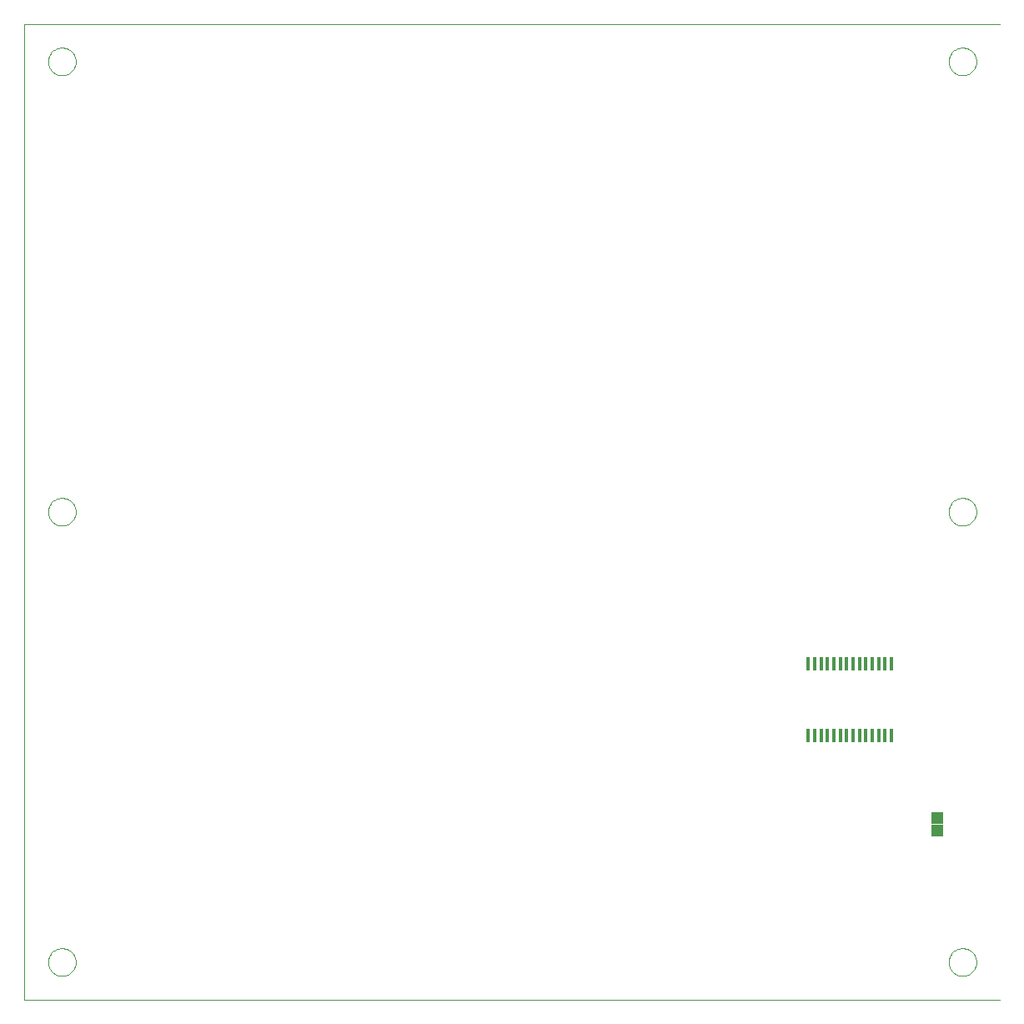
<source format=gtp>
G75*
%MOIN*%
%OFA0B0*%
%FSLAX24Y24*%
%IPPOS*%
%LPD*%
%AMOC8*
5,1,8,0,0,1.08239X$1,22.5*
%
%ADD10C,0.0000*%
%ADD11R,0.0137X0.0550*%
%ADD12R,0.0500X0.0500*%
D10*
X000180Y000180D02*
X000180Y039180D01*
X039180Y039180D01*
X037129Y037680D02*
X037131Y037727D01*
X037137Y037773D01*
X037147Y037819D01*
X037160Y037864D01*
X037178Y037907D01*
X037199Y037949D01*
X037223Y037989D01*
X037251Y038026D01*
X037282Y038061D01*
X037316Y038094D01*
X037352Y038123D01*
X037391Y038149D01*
X037432Y038172D01*
X037475Y038191D01*
X037519Y038207D01*
X037564Y038219D01*
X037610Y038227D01*
X037657Y038231D01*
X037703Y038231D01*
X037750Y038227D01*
X037796Y038219D01*
X037841Y038207D01*
X037885Y038191D01*
X037928Y038172D01*
X037969Y038149D01*
X038008Y038123D01*
X038044Y038094D01*
X038078Y038061D01*
X038109Y038026D01*
X038137Y037989D01*
X038161Y037949D01*
X038182Y037907D01*
X038200Y037864D01*
X038213Y037819D01*
X038223Y037773D01*
X038229Y037727D01*
X038231Y037680D01*
X038229Y037633D01*
X038223Y037587D01*
X038213Y037541D01*
X038200Y037496D01*
X038182Y037453D01*
X038161Y037411D01*
X038137Y037371D01*
X038109Y037334D01*
X038078Y037299D01*
X038044Y037266D01*
X038008Y037237D01*
X037969Y037211D01*
X037928Y037188D01*
X037885Y037169D01*
X037841Y037153D01*
X037796Y037141D01*
X037750Y037133D01*
X037703Y037129D01*
X037657Y037129D01*
X037610Y037133D01*
X037564Y037141D01*
X037519Y037153D01*
X037475Y037169D01*
X037432Y037188D01*
X037391Y037211D01*
X037352Y037237D01*
X037316Y037266D01*
X037282Y037299D01*
X037251Y037334D01*
X037223Y037371D01*
X037199Y037411D01*
X037178Y037453D01*
X037160Y037496D01*
X037147Y037541D01*
X037137Y037587D01*
X037131Y037633D01*
X037129Y037680D01*
X037129Y019680D02*
X037131Y019727D01*
X037137Y019773D01*
X037147Y019819D01*
X037160Y019864D01*
X037178Y019907D01*
X037199Y019949D01*
X037223Y019989D01*
X037251Y020026D01*
X037282Y020061D01*
X037316Y020094D01*
X037352Y020123D01*
X037391Y020149D01*
X037432Y020172D01*
X037475Y020191D01*
X037519Y020207D01*
X037564Y020219D01*
X037610Y020227D01*
X037657Y020231D01*
X037703Y020231D01*
X037750Y020227D01*
X037796Y020219D01*
X037841Y020207D01*
X037885Y020191D01*
X037928Y020172D01*
X037969Y020149D01*
X038008Y020123D01*
X038044Y020094D01*
X038078Y020061D01*
X038109Y020026D01*
X038137Y019989D01*
X038161Y019949D01*
X038182Y019907D01*
X038200Y019864D01*
X038213Y019819D01*
X038223Y019773D01*
X038229Y019727D01*
X038231Y019680D01*
X038229Y019633D01*
X038223Y019587D01*
X038213Y019541D01*
X038200Y019496D01*
X038182Y019453D01*
X038161Y019411D01*
X038137Y019371D01*
X038109Y019334D01*
X038078Y019299D01*
X038044Y019266D01*
X038008Y019237D01*
X037969Y019211D01*
X037928Y019188D01*
X037885Y019169D01*
X037841Y019153D01*
X037796Y019141D01*
X037750Y019133D01*
X037703Y019129D01*
X037657Y019129D01*
X037610Y019133D01*
X037564Y019141D01*
X037519Y019153D01*
X037475Y019169D01*
X037432Y019188D01*
X037391Y019211D01*
X037352Y019237D01*
X037316Y019266D01*
X037282Y019299D01*
X037251Y019334D01*
X037223Y019371D01*
X037199Y019411D01*
X037178Y019453D01*
X037160Y019496D01*
X037147Y019541D01*
X037137Y019587D01*
X037131Y019633D01*
X037129Y019680D01*
X037129Y001680D02*
X037131Y001727D01*
X037137Y001773D01*
X037147Y001819D01*
X037160Y001864D01*
X037178Y001907D01*
X037199Y001949D01*
X037223Y001989D01*
X037251Y002026D01*
X037282Y002061D01*
X037316Y002094D01*
X037352Y002123D01*
X037391Y002149D01*
X037432Y002172D01*
X037475Y002191D01*
X037519Y002207D01*
X037564Y002219D01*
X037610Y002227D01*
X037657Y002231D01*
X037703Y002231D01*
X037750Y002227D01*
X037796Y002219D01*
X037841Y002207D01*
X037885Y002191D01*
X037928Y002172D01*
X037969Y002149D01*
X038008Y002123D01*
X038044Y002094D01*
X038078Y002061D01*
X038109Y002026D01*
X038137Y001989D01*
X038161Y001949D01*
X038182Y001907D01*
X038200Y001864D01*
X038213Y001819D01*
X038223Y001773D01*
X038229Y001727D01*
X038231Y001680D01*
X038229Y001633D01*
X038223Y001587D01*
X038213Y001541D01*
X038200Y001496D01*
X038182Y001453D01*
X038161Y001411D01*
X038137Y001371D01*
X038109Y001334D01*
X038078Y001299D01*
X038044Y001266D01*
X038008Y001237D01*
X037969Y001211D01*
X037928Y001188D01*
X037885Y001169D01*
X037841Y001153D01*
X037796Y001141D01*
X037750Y001133D01*
X037703Y001129D01*
X037657Y001129D01*
X037610Y001133D01*
X037564Y001141D01*
X037519Y001153D01*
X037475Y001169D01*
X037432Y001188D01*
X037391Y001211D01*
X037352Y001237D01*
X037316Y001266D01*
X037282Y001299D01*
X037251Y001334D01*
X037223Y001371D01*
X037199Y001411D01*
X037178Y001453D01*
X037160Y001496D01*
X037147Y001541D01*
X037137Y001587D01*
X037131Y001633D01*
X037129Y001680D01*
X039180Y000180D02*
X000180Y000180D01*
X001129Y001680D02*
X001131Y001727D01*
X001137Y001773D01*
X001147Y001819D01*
X001160Y001864D01*
X001178Y001907D01*
X001199Y001949D01*
X001223Y001989D01*
X001251Y002026D01*
X001282Y002061D01*
X001316Y002094D01*
X001352Y002123D01*
X001391Y002149D01*
X001432Y002172D01*
X001475Y002191D01*
X001519Y002207D01*
X001564Y002219D01*
X001610Y002227D01*
X001657Y002231D01*
X001703Y002231D01*
X001750Y002227D01*
X001796Y002219D01*
X001841Y002207D01*
X001885Y002191D01*
X001928Y002172D01*
X001969Y002149D01*
X002008Y002123D01*
X002044Y002094D01*
X002078Y002061D01*
X002109Y002026D01*
X002137Y001989D01*
X002161Y001949D01*
X002182Y001907D01*
X002200Y001864D01*
X002213Y001819D01*
X002223Y001773D01*
X002229Y001727D01*
X002231Y001680D01*
X002229Y001633D01*
X002223Y001587D01*
X002213Y001541D01*
X002200Y001496D01*
X002182Y001453D01*
X002161Y001411D01*
X002137Y001371D01*
X002109Y001334D01*
X002078Y001299D01*
X002044Y001266D01*
X002008Y001237D01*
X001969Y001211D01*
X001928Y001188D01*
X001885Y001169D01*
X001841Y001153D01*
X001796Y001141D01*
X001750Y001133D01*
X001703Y001129D01*
X001657Y001129D01*
X001610Y001133D01*
X001564Y001141D01*
X001519Y001153D01*
X001475Y001169D01*
X001432Y001188D01*
X001391Y001211D01*
X001352Y001237D01*
X001316Y001266D01*
X001282Y001299D01*
X001251Y001334D01*
X001223Y001371D01*
X001199Y001411D01*
X001178Y001453D01*
X001160Y001496D01*
X001147Y001541D01*
X001137Y001587D01*
X001131Y001633D01*
X001129Y001680D01*
X001129Y019680D02*
X001131Y019727D01*
X001137Y019773D01*
X001147Y019819D01*
X001160Y019864D01*
X001178Y019907D01*
X001199Y019949D01*
X001223Y019989D01*
X001251Y020026D01*
X001282Y020061D01*
X001316Y020094D01*
X001352Y020123D01*
X001391Y020149D01*
X001432Y020172D01*
X001475Y020191D01*
X001519Y020207D01*
X001564Y020219D01*
X001610Y020227D01*
X001657Y020231D01*
X001703Y020231D01*
X001750Y020227D01*
X001796Y020219D01*
X001841Y020207D01*
X001885Y020191D01*
X001928Y020172D01*
X001969Y020149D01*
X002008Y020123D01*
X002044Y020094D01*
X002078Y020061D01*
X002109Y020026D01*
X002137Y019989D01*
X002161Y019949D01*
X002182Y019907D01*
X002200Y019864D01*
X002213Y019819D01*
X002223Y019773D01*
X002229Y019727D01*
X002231Y019680D01*
X002229Y019633D01*
X002223Y019587D01*
X002213Y019541D01*
X002200Y019496D01*
X002182Y019453D01*
X002161Y019411D01*
X002137Y019371D01*
X002109Y019334D01*
X002078Y019299D01*
X002044Y019266D01*
X002008Y019237D01*
X001969Y019211D01*
X001928Y019188D01*
X001885Y019169D01*
X001841Y019153D01*
X001796Y019141D01*
X001750Y019133D01*
X001703Y019129D01*
X001657Y019129D01*
X001610Y019133D01*
X001564Y019141D01*
X001519Y019153D01*
X001475Y019169D01*
X001432Y019188D01*
X001391Y019211D01*
X001352Y019237D01*
X001316Y019266D01*
X001282Y019299D01*
X001251Y019334D01*
X001223Y019371D01*
X001199Y019411D01*
X001178Y019453D01*
X001160Y019496D01*
X001147Y019541D01*
X001137Y019587D01*
X001131Y019633D01*
X001129Y019680D01*
X001129Y037680D02*
X001131Y037727D01*
X001137Y037773D01*
X001147Y037819D01*
X001160Y037864D01*
X001178Y037907D01*
X001199Y037949D01*
X001223Y037989D01*
X001251Y038026D01*
X001282Y038061D01*
X001316Y038094D01*
X001352Y038123D01*
X001391Y038149D01*
X001432Y038172D01*
X001475Y038191D01*
X001519Y038207D01*
X001564Y038219D01*
X001610Y038227D01*
X001657Y038231D01*
X001703Y038231D01*
X001750Y038227D01*
X001796Y038219D01*
X001841Y038207D01*
X001885Y038191D01*
X001928Y038172D01*
X001969Y038149D01*
X002008Y038123D01*
X002044Y038094D01*
X002078Y038061D01*
X002109Y038026D01*
X002137Y037989D01*
X002161Y037949D01*
X002182Y037907D01*
X002200Y037864D01*
X002213Y037819D01*
X002223Y037773D01*
X002229Y037727D01*
X002231Y037680D01*
X002229Y037633D01*
X002223Y037587D01*
X002213Y037541D01*
X002200Y037496D01*
X002182Y037453D01*
X002161Y037411D01*
X002137Y037371D01*
X002109Y037334D01*
X002078Y037299D01*
X002044Y037266D01*
X002008Y037237D01*
X001969Y037211D01*
X001928Y037188D01*
X001885Y037169D01*
X001841Y037153D01*
X001796Y037141D01*
X001750Y037133D01*
X001703Y037129D01*
X001657Y037129D01*
X001610Y037133D01*
X001564Y037141D01*
X001519Y037153D01*
X001475Y037169D01*
X001432Y037188D01*
X001391Y037211D01*
X001352Y037237D01*
X001316Y037266D01*
X001282Y037299D01*
X001251Y037334D01*
X001223Y037371D01*
X001199Y037411D01*
X001178Y037453D01*
X001160Y037496D01*
X001147Y037541D01*
X001137Y037587D01*
X001131Y037633D01*
X001129Y037680D01*
D11*
X031517Y013619D03*
X031773Y013619D03*
X032028Y013619D03*
X032284Y013619D03*
X032540Y013619D03*
X032796Y013619D03*
X033052Y013619D03*
X033308Y013619D03*
X033564Y013619D03*
X033820Y013619D03*
X034076Y013619D03*
X034332Y013619D03*
X034587Y013619D03*
X034843Y013619D03*
X034843Y010741D03*
X034587Y010741D03*
X034332Y010741D03*
X034076Y010741D03*
X033820Y010741D03*
X033564Y010741D03*
X033308Y010741D03*
X033052Y010741D03*
X032796Y010741D03*
X032540Y010741D03*
X032284Y010741D03*
X032028Y010741D03*
X031773Y010741D03*
X031517Y010741D03*
D12*
X036680Y007430D03*
X036680Y006930D03*
M02*

</source>
